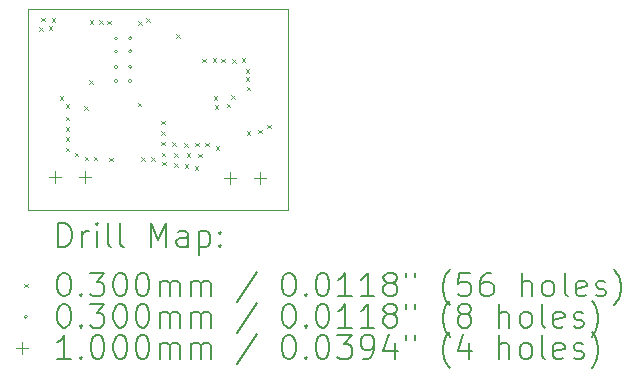
<source format=gbr>
%TF.GenerationSoftware,KiCad,Pcbnew,8.0.4*%
%TF.CreationDate,2026-02-25T15:38:57+07:00*%
%TF.ProjectId,Buck_V1.1,4275636b-5f56-4312-9e31-2e6b69636164,rev?*%
%TF.SameCoordinates,Original*%
%TF.FileFunction,Drillmap*%
%TF.FilePolarity,Positive*%
%FSLAX45Y45*%
G04 Gerber Fmt 4.5, Leading zero omitted, Abs format (unit mm)*
G04 Created by KiCad (PCBNEW 8.0.4) date 2026-02-25 15:38:57*
%MOMM*%
%LPD*%
G01*
G04 APERTURE LIST*
%ADD10C,0.050000*%
%ADD11C,0.200000*%
%ADD12C,0.100000*%
G04 APERTURE END LIST*
D10*
X12230000Y-2795000D02*
X14430000Y-2795000D01*
X14430000Y-4495000D01*
X12230000Y-4495000D01*
X12230000Y-2795000D01*
D11*
D12*
X12324000Y-2950000D02*
X12354000Y-2980000D01*
X12354000Y-2950000D02*
X12324000Y-2980000D01*
X12344000Y-2871000D02*
X12374000Y-2901000D01*
X12374000Y-2871000D02*
X12344000Y-2901000D01*
X12408000Y-2943000D02*
X12438000Y-2973000D01*
X12438000Y-2943000D02*
X12408000Y-2973000D01*
X12433000Y-2875000D02*
X12463000Y-2905000D01*
X12463000Y-2875000D02*
X12433000Y-2905000D01*
X12500000Y-3535000D02*
X12530000Y-3565000D01*
X12530000Y-3535000D02*
X12500000Y-3565000D01*
X12549000Y-3601000D02*
X12579000Y-3631000D01*
X12579000Y-3601000D02*
X12549000Y-3631000D01*
X12549000Y-3796000D02*
X12579000Y-3826000D01*
X12579000Y-3796000D02*
X12549000Y-3826000D01*
X12550000Y-3707000D02*
X12580000Y-3737000D01*
X12580000Y-3707000D02*
X12550000Y-3737000D01*
X12551000Y-3883000D02*
X12581000Y-3913000D01*
X12581000Y-3883000D02*
X12551000Y-3913000D01*
X12551000Y-3970000D02*
X12581000Y-4000000D01*
X12581000Y-3970000D02*
X12551000Y-4000000D01*
X12627000Y-4014000D02*
X12657000Y-4044000D01*
X12657000Y-4014000D02*
X12627000Y-4044000D01*
X12708000Y-3617000D02*
X12738000Y-3647000D01*
X12738000Y-3617000D02*
X12708000Y-3647000D01*
X12711000Y-4045000D02*
X12741000Y-4075000D01*
X12741000Y-4045000D02*
X12711000Y-4075000D01*
X12748000Y-3399000D02*
X12778000Y-3429000D01*
X12778000Y-3399000D02*
X12748000Y-3429000D01*
X12752000Y-2889000D02*
X12782000Y-2919000D01*
X12782000Y-2889000D02*
X12752000Y-2919000D01*
X12789000Y-4047000D02*
X12819000Y-4077000D01*
X12819000Y-4047000D02*
X12789000Y-4077000D01*
X12835000Y-2891000D02*
X12865000Y-2921000D01*
X12865000Y-2891000D02*
X12835000Y-2921000D01*
X12902000Y-2893000D02*
X12932000Y-2923000D01*
X12932000Y-2893000D02*
X12902000Y-2923000D01*
X12921000Y-4054000D02*
X12951000Y-4084000D01*
X12951000Y-4054000D02*
X12921000Y-4084000D01*
X13161000Y-3589000D02*
X13191000Y-3619000D01*
X13191000Y-3589000D02*
X13161000Y-3619000D01*
X13166000Y-2900000D02*
X13196000Y-2930000D01*
X13196000Y-2900000D02*
X13166000Y-2930000D01*
X13190000Y-4052000D02*
X13220000Y-4082000D01*
X13220000Y-4052000D02*
X13190000Y-4082000D01*
X13231000Y-2874000D02*
X13261000Y-2904000D01*
X13261000Y-2874000D02*
X13231000Y-2904000D01*
X13273000Y-4051000D02*
X13303000Y-4081000D01*
X13303000Y-4051000D02*
X13273000Y-4081000D01*
X13357000Y-3741000D02*
X13387000Y-3771000D01*
X13387000Y-3741000D02*
X13357000Y-3771000D01*
X13361000Y-3829000D02*
X13391000Y-3859000D01*
X13391000Y-3829000D02*
X13361000Y-3859000D01*
X13361000Y-3918000D02*
X13391000Y-3948000D01*
X13391000Y-3918000D02*
X13361000Y-3948000D01*
X13364000Y-4011000D02*
X13394000Y-4041000D01*
X13394000Y-4011000D02*
X13364000Y-4041000D01*
X13368000Y-4088000D02*
X13398000Y-4118000D01*
X13398000Y-4088000D02*
X13368000Y-4118000D01*
X13454000Y-3924000D02*
X13484000Y-3954000D01*
X13484000Y-3924000D02*
X13454000Y-3954000D01*
X13467000Y-4100000D02*
X13497000Y-4130000D01*
X13497000Y-4100000D02*
X13467000Y-4130000D01*
X13468000Y-4016000D02*
X13498000Y-4046000D01*
X13498000Y-4016000D02*
X13468000Y-4046000D01*
X13486000Y-3011000D02*
X13516000Y-3041000D01*
X13516000Y-3011000D02*
X13486000Y-3041000D01*
X13554000Y-3933000D02*
X13584000Y-3963000D01*
X13584000Y-3933000D02*
X13554000Y-3963000D01*
X13558000Y-4111000D02*
X13588000Y-4141000D01*
X13588000Y-4111000D02*
X13558000Y-4141000D01*
X13575000Y-4018000D02*
X13605000Y-4048000D01*
X13605000Y-4018000D02*
X13575000Y-4048000D01*
X13642000Y-4127000D02*
X13672000Y-4157000D01*
X13672000Y-4127000D02*
X13642000Y-4157000D01*
X13648000Y-3929000D02*
X13678000Y-3959000D01*
X13678000Y-3929000D02*
X13648000Y-3959000D01*
X13674000Y-4019000D02*
X13704000Y-4049000D01*
X13704000Y-4019000D02*
X13674000Y-4049000D01*
X13706000Y-3215000D02*
X13736000Y-3245000D01*
X13736000Y-3215000D02*
X13706000Y-3245000D01*
X13730000Y-3928000D02*
X13760000Y-3958000D01*
X13760000Y-3928000D02*
X13730000Y-3958000D01*
X13795000Y-3212000D02*
X13825000Y-3242000D01*
X13825000Y-3212000D02*
X13795000Y-3242000D01*
X13803000Y-3535000D02*
X13833000Y-3565000D01*
X13833000Y-3535000D02*
X13803000Y-3565000D01*
X13811000Y-3608000D02*
X13841000Y-3638000D01*
X13841000Y-3608000D02*
X13811000Y-3638000D01*
X13820000Y-3958000D02*
X13850000Y-3988000D01*
X13850000Y-3958000D02*
X13820000Y-3988000D01*
X13866000Y-3216000D02*
X13896000Y-3246000D01*
X13896000Y-3216000D02*
X13866000Y-3246000D01*
X13912000Y-3599000D02*
X13942000Y-3629000D01*
X13942000Y-3599000D02*
X13912000Y-3629000D01*
X13951000Y-3527000D02*
X13981000Y-3557000D01*
X13981000Y-3527000D02*
X13951000Y-3557000D01*
X13958000Y-3219000D02*
X13988000Y-3249000D01*
X13988000Y-3219000D02*
X13958000Y-3249000D01*
X14042000Y-3213000D02*
X14072000Y-3243000D01*
X14072000Y-3213000D02*
X14042000Y-3243000D01*
X14073000Y-3374000D02*
X14103000Y-3404000D01*
X14103000Y-3374000D02*
X14073000Y-3404000D01*
X14074000Y-3304000D02*
X14104000Y-3334000D01*
X14104000Y-3304000D02*
X14074000Y-3334000D01*
X14083000Y-3453000D02*
X14113000Y-3483000D01*
X14113000Y-3453000D02*
X14083000Y-3483000D01*
X14084000Y-3830000D02*
X14114000Y-3860000D01*
X14114000Y-3830000D02*
X14084000Y-3860000D01*
X14182000Y-3817000D02*
X14212000Y-3847000D01*
X14212000Y-3817000D02*
X14182000Y-3847000D01*
X14257000Y-3774000D02*
X14287000Y-3804000D01*
X14287000Y-3774000D02*
X14257000Y-3804000D01*
X12991000Y-3044250D02*
G75*
G02*
X12961000Y-3044250I-15000J0D01*
G01*
X12961000Y-3044250D02*
G75*
G02*
X12991000Y-3044250I15000J0D01*
G01*
X12991000Y-3154250D02*
G75*
G02*
X12961000Y-3154250I-15000J0D01*
G01*
X12961000Y-3154250D02*
G75*
G02*
X12991000Y-3154250I15000J0D01*
G01*
X12991000Y-3284250D02*
G75*
G02*
X12961000Y-3284250I-15000J0D01*
G01*
X12961000Y-3284250D02*
G75*
G02*
X12991000Y-3284250I15000J0D01*
G01*
X12991000Y-3404250D02*
G75*
G02*
X12961000Y-3404250I-15000J0D01*
G01*
X12961000Y-3404250D02*
G75*
G02*
X12991000Y-3404250I15000J0D01*
G01*
X13111000Y-3044250D02*
G75*
G02*
X13081000Y-3044250I-15000J0D01*
G01*
X13081000Y-3044250D02*
G75*
G02*
X13111000Y-3044250I15000J0D01*
G01*
X13111000Y-3154250D02*
G75*
G02*
X13081000Y-3154250I-15000J0D01*
G01*
X13081000Y-3154250D02*
G75*
G02*
X13111000Y-3154250I15000J0D01*
G01*
X13111000Y-3284250D02*
G75*
G02*
X13081000Y-3284250I-15000J0D01*
G01*
X13081000Y-3284250D02*
G75*
G02*
X13111000Y-3284250I15000J0D01*
G01*
X13111000Y-3404250D02*
G75*
G02*
X13081000Y-3404250I-15000J0D01*
G01*
X13081000Y-3404250D02*
G75*
G02*
X13111000Y-3404250I15000J0D01*
G01*
X12458000Y-4167000D02*
X12458000Y-4267000D01*
X12408000Y-4217000D02*
X12508000Y-4217000D01*
X12712000Y-4167000D02*
X12712000Y-4267000D01*
X12662000Y-4217000D02*
X12762000Y-4217000D01*
X13940000Y-4174000D02*
X13940000Y-4274000D01*
X13890000Y-4224000D02*
X13990000Y-4224000D01*
X14194000Y-4174000D02*
X14194000Y-4274000D01*
X14144000Y-4224000D02*
X14244000Y-4224000D01*
D11*
X12488277Y-4808984D02*
X12488277Y-4608984D01*
X12488277Y-4608984D02*
X12535896Y-4608984D01*
X12535896Y-4608984D02*
X12564467Y-4618508D01*
X12564467Y-4618508D02*
X12583515Y-4637555D01*
X12583515Y-4637555D02*
X12593039Y-4656603D01*
X12593039Y-4656603D02*
X12602562Y-4694698D01*
X12602562Y-4694698D02*
X12602562Y-4723270D01*
X12602562Y-4723270D02*
X12593039Y-4761365D01*
X12593039Y-4761365D02*
X12583515Y-4780412D01*
X12583515Y-4780412D02*
X12564467Y-4799460D01*
X12564467Y-4799460D02*
X12535896Y-4808984D01*
X12535896Y-4808984D02*
X12488277Y-4808984D01*
X12688277Y-4808984D02*
X12688277Y-4675650D01*
X12688277Y-4713746D02*
X12697801Y-4694698D01*
X12697801Y-4694698D02*
X12707324Y-4685174D01*
X12707324Y-4685174D02*
X12726372Y-4675650D01*
X12726372Y-4675650D02*
X12745420Y-4675650D01*
X12812086Y-4808984D02*
X12812086Y-4675650D01*
X12812086Y-4608984D02*
X12802562Y-4618508D01*
X12802562Y-4618508D02*
X12812086Y-4628031D01*
X12812086Y-4628031D02*
X12821610Y-4618508D01*
X12821610Y-4618508D02*
X12812086Y-4608984D01*
X12812086Y-4608984D02*
X12812086Y-4628031D01*
X12935896Y-4808984D02*
X12916848Y-4799460D01*
X12916848Y-4799460D02*
X12907324Y-4780412D01*
X12907324Y-4780412D02*
X12907324Y-4608984D01*
X13040658Y-4808984D02*
X13021610Y-4799460D01*
X13021610Y-4799460D02*
X13012086Y-4780412D01*
X13012086Y-4780412D02*
X13012086Y-4608984D01*
X13269229Y-4808984D02*
X13269229Y-4608984D01*
X13269229Y-4608984D02*
X13335896Y-4751841D01*
X13335896Y-4751841D02*
X13402562Y-4608984D01*
X13402562Y-4608984D02*
X13402562Y-4808984D01*
X13583515Y-4808984D02*
X13583515Y-4704222D01*
X13583515Y-4704222D02*
X13573991Y-4685174D01*
X13573991Y-4685174D02*
X13554943Y-4675650D01*
X13554943Y-4675650D02*
X13516848Y-4675650D01*
X13516848Y-4675650D02*
X13497801Y-4685174D01*
X13583515Y-4799460D02*
X13564467Y-4808984D01*
X13564467Y-4808984D02*
X13516848Y-4808984D01*
X13516848Y-4808984D02*
X13497801Y-4799460D01*
X13497801Y-4799460D02*
X13488277Y-4780412D01*
X13488277Y-4780412D02*
X13488277Y-4761365D01*
X13488277Y-4761365D02*
X13497801Y-4742317D01*
X13497801Y-4742317D02*
X13516848Y-4732793D01*
X13516848Y-4732793D02*
X13564467Y-4732793D01*
X13564467Y-4732793D02*
X13583515Y-4723270D01*
X13678753Y-4675650D02*
X13678753Y-4875650D01*
X13678753Y-4685174D02*
X13697801Y-4675650D01*
X13697801Y-4675650D02*
X13735896Y-4675650D01*
X13735896Y-4675650D02*
X13754943Y-4685174D01*
X13754943Y-4685174D02*
X13764467Y-4694698D01*
X13764467Y-4694698D02*
X13773991Y-4713746D01*
X13773991Y-4713746D02*
X13773991Y-4770889D01*
X13773991Y-4770889D02*
X13764467Y-4789936D01*
X13764467Y-4789936D02*
X13754943Y-4799460D01*
X13754943Y-4799460D02*
X13735896Y-4808984D01*
X13735896Y-4808984D02*
X13697801Y-4808984D01*
X13697801Y-4808984D02*
X13678753Y-4799460D01*
X13859705Y-4789936D02*
X13869229Y-4799460D01*
X13869229Y-4799460D02*
X13859705Y-4808984D01*
X13859705Y-4808984D02*
X13850182Y-4799460D01*
X13850182Y-4799460D02*
X13859705Y-4789936D01*
X13859705Y-4789936D02*
X13859705Y-4808984D01*
X13859705Y-4685174D02*
X13869229Y-4694698D01*
X13869229Y-4694698D02*
X13859705Y-4704222D01*
X13859705Y-4704222D02*
X13850182Y-4694698D01*
X13850182Y-4694698D02*
X13859705Y-4685174D01*
X13859705Y-4685174D02*
X13859705Y-4704222D01*
D12*
X12197500Y-5122500D02*
X12227500Y-5152500D01*
X12227500Y-5122500D02*
X12197500Y-5152500D01*
D11*
X12526372Y-5028984D02*
X12545420Y-5028984D01*
X12545420Y-5028984D02*
X12564467Y-5038508D01*
X12564467Y-5038508D02*
X12573991Y-5048031D01*
X12573991Y-5048031D02*
X12583515Y-5067079D01*
X12583515Y-5067079D02*
X12593039Y-5105174D01*
X12593039Y-5105174D02*
X12593039Y-5152793D01*
X12593039Y-5152793D02*
X12583515Y-5190889D01*
X12583515Y-5190889D02*
X12573991Y-5209936D01*
X12573991Y-5209936D02*
X12564467Y-5219460D01*
X12564467Y-5219460D02*
X12545420Y-5228984D01*
X12545420Y-5228984D02*
X12526372Y-5228984D01*
X12526372Y-5228984D02*
X12507324Y-5219460D01*
X12507324Y-5219460D02*
X12497801Y-5209936D01*
X12497801Y-5209936D02*
X12488277Y-5190889D01*
X12488277Y-5190889D02*
X12478753Y-5152793D01*
X12478753Y-5152793D02*
X12478753Y-5105174D01*
X12478753Y-5105174D02*
X12488277Y-5067079D01*
X12488277Y-5067079D02*
X12497801Y-5048031D01*
X12497801Y-5048031D02*
X12507324Y-5038508D01*
X12507324Y-5038508D02*
X12526372Y-5028984D01*
X12678753Y-5209936D02*
X12688277Y-5219460D01*
X12688277Y-5219460D02*
X12678753Y-5228984D01*
X12678753Y-5228984D02*
X12669229Y-5219460D01*
X12669229Y-5219460D02*
X12678753Y-5209936D01*
X12678753Y-5209936D02*
X12678753Y-5228984D01*
X12754943Y-5028984D02*
X12878753Y-5028984D01*
X12878753Y-5028984D02*
X12812086Y-5105174D01*
X12812086Y-5105174D02*
X12840658Y-5105174D01*
X12840658Y-5105174D02*
X12859705Y-5114698D01*
X12859705Y-5114698D02*
X12869229Y-5124222D01*
X12869229Y-5124222D02*
X12878753Y-5143270D01*
X12878753Y-5143270D02*
X12878753Y-5190889D01*
X12878753Y-5190889D02*
X12869229Y-5209936D01*
X12869229Y-5209936D02*
X12859705Y-5219460D01*
X12859705Y-5219460D02*
X12840658Y-5228984D01*
X12840658Y-5228984D02*
X12783515Y-5228984D01*
X12783515Y-5228984D02*
X12764467Y-5219460D01*
X12764467Y-5219460D02*
X12754943Y-5209936D01*
X13002562Y-5028984D02*
X13021610Y-5028984D01*
X13021610Y-5028984D02*
X13040658Y-5038508D01*
X13040658Y-5038508D02*
X13050182Y-5048031D01*
X13050182Y-5048031D02*
X13059705Y-5067079D01*
X13059705Y-5067079D02*
X13069229Y-5105174D01*
X13069229Y-5105174D02*
X13069229Y-5152793D01*
X13069229Y-5152793D02*
X13059705Y-5190889D01*
X13059705Y-5190889D02*
X13050182Y-5209936D01*
X13050182Y-5209936D02*
X13040658Y-5219460D01*
X13040658Y-5219460D02*
X13021610Y-5228984D01*
X13021610Y-5228984D02*
X13002562Y-5228984D01*
X13002562Y-5228984D02*
X12983515Y-5219460D01*
X12983515Y-5219460D02*
X12973991Y-5209936D01*
X12973991Y-5209936D02*
X12964467Y-5190889D01*
X12964467Y-5190889D02*
X12954943Y-5152793D01*
X12954943Y-5152793D02*
X12954943Y-5105174D01*
X12954943Y-5105174D02*
X12964467Y-5067079D01*
X12964467Y-5067079D02*
X12973991Y-5048031D01*
X12973991Y-5048031D02*
X12983515Y-5038508D01*
X12983515Y-5038508D02*
X13002562Y-5028984D01*
X13193039Y-5028984D02*
X13212086Y-5028984D01*
X13212086Y-5028984D02*
X13231134Y-5038508D01*
X13231134Y-5038508D02*
X13240658Y-5048031D01*
X13240658Y-5048031D02*
X13250182Y-5067079D01*
X13250182Y-5067079D02*
X13259705Y-5105174D01*
X13259705Y-5105174D02*
X13259705Y-5152793D01*
X13259705Y-5152793D02*
X13250182Y-5190889D01*
X13250182Y-5190889D02*
X13240658Y-5209936D01*
X13240658Y-5209936D02*
X13231134Y-5219460D01*
X13231134Y-5219460D02*
X13212086Y-5228984D01*
X13212086Y-5228984D02*
X13193039Y-5228984D01*
X13193039Y-5228984D02*
X13173991Y-5219460D01*
X13173991Y-5219460D02*
X13164467Y-5209936D01*
X13164467Y-5209936D02*
X13154943Y-5190889D01*
X13154943Y-5190889D02*
X13145420Y-5152793D01*
X13145420Y-5152793D02*
X13145420Y-5105174D01*
X13145420Y-5105174D02*
X13154943Y-5067079D01*
X13154943Y-5067079D02*
X13164467Y-5048031D01*
X13164467Y-5048031D02*
X13173991Y-5038508D01*
X13173991Y-5038508D02*
X13193039Y-5028984D01*
X13345420Y-5228984D02*
X13345420Y-5095650D01*
X13345420Y-5114698D02*
X13354943Y-5105174D01*
X13354943Y-5105174D02*
X13373991Y-5095650D01*
X13373991Y-5095650D02*
X13402563Y-5095650D01*
X13402563Y-5095650D02*
X13421610Y-5105174D01*
X13421610Y-5105174D02*
X13431134Y-5124222D01*
X13431134Y-5124222D02*
X13431134Y-5228984D01*
X13431134Y-5124222D02*
X13440658Y-5105174D01*
X13440658Y-5105174D02*
X13459705Y-5095650D01*
X13459705Y-5095650D02*
X13488277Y-5095650D01*
X13488277Y-5095650D02*
X13507324Y-5105174D01*
X13507324Y-5105174D02*
X13516848Y-5124222D01*
X13516848Y-5124222D02*
X13516848Y-5228984D01*
X13612086Y-5228984D02*
X13612086Y-5095650D01*
X13612086Y-5114698D02*
X13621610Y-5105174D01*
X13621610Y-5105174D02*
X13640658Y-5095650D01*
X13640658Y-5095650D02*
X13669229Y-5095650D01*
X13669229Y-5095650D02*
X13688277Y-5105174D01*
X13688277Y-5105174D02*
X13697801Y-5124222D01*
X13697801Y-5124222D02*
X13697801Y-5228984D01*
X13697801Y-5124222D02*
X13707324Y-5105174D01*
X13707324Y-5105174D02*
X13726372Y-5095650D01*
X13726372Y-5095650D02*
X13754943Y-5095650D01*
X13754943Y-5095650D02*
X13773991Y-5105174D01*
X13773991Y-5105174D02*
X13783515Y-5124222D01*
X13783515Y-5124222D02*
X13783515Y-5228984D01*
X14173991Y-5019460D02*
X14002563Y-5276603D01*
X14431134Y-5028984D02*
X14450182Y-5028984D01*
X14450182Y-5028984D02*
X14469229Y-5038508D01*
X14469229Y-5038508D02*
X14478753Y-5048031D01*
X14478753Y-5048031D02*
X14488277Y-5067079D01*
X14488277Y-5067079D02*
X14497801Y-5105174D01*
X14497801Y-5105174D02*
X14497801Y-5152793D01*
X14497801Y-5152793D02*
X14488277Y-5190889D01*
X14488277Y-5190889D02*
X14478753Y-5209936D01*
X14478753Y-5209936D02*
X14469229Y-5219460D01*
X14469229Y-5219460D02*
X14450182Y-5228984D01*
X14450182Y-5228984D02*
X14431134Y-5228984D01*
X14431134Y-5228984D02*
X14412086Y-5219460D01*
X14412086Y-5219460D02*
X14402563Y-5209936D01*
X14402563Y-5209936D02*
X14393039Y-5190889D01*
X14393039Y-5190889D02*
X14383515Y-5152793D01*
X14383515Y-5152793D02*
X14383515Y-5105174D01*
X14383515Y-5105174D02*
X14393039Y-5067079D01*
X14393039Y-5067079D02*
X14402563Y-5048031D01*
X14402563Y-5048031D02*
X14412086Y-5038508D01*
X14412086Y-5038508D02*
X14431134Y-5028984D01*
X14583515Y-5209936D02*
X14593039Y-5219460D01*
X14593039Y-5219460D02*
X14583515Y-5228984D01*
X14583515Y-5228984D02*
X14573991Y-5219460D01*
X14573991Y-5219460D02*
X14583515Y-5209936D01*
X14583515Y-5209936D02*
X14583515Y-5228984D01*
X14716848Y-5028984D02*
X14735896Y-5028984D01*
X14735896Y-5028984D02*
X14754944Y-5038508D01*
X14754944Y-5038508D02*
X14764467Y-5048031D01*
X14764467Y-5048031D02*
X14773991Y-5067079D01*
X14773991Y-5067079D02*
X14783515Y-5105174D01*
X14783515Y-5105174D02*
X14783515Y-5152793D01*
X14783515Y-5152793D02*
X14773991Y-5190889D01*
X14773991Y-5190889D02*
X14764467Y-5209936D01*
X14764467Y-5209936D02*
X14754944Y-5219460D01*
X14754944Y-5219460D02*
X14735896Y-5228984D01*
X14735896Y-5228984D02*
X14716848Y-5228984D01*
X14716848Y-5228984D02*
X14697801Y-5219460D01*
X14697801Y-5219460D02*
X14688277Y-5209936D01*
X14688277Y-5209936D02*
X14678753Y-5190889D01*
X14678753Y-5190889D02*
X14669229Y-5152793D01*
X14669229Y-5152793D02*
X14669229Y-5105174D01*
X14669229Y-5105174D02*
X14678753Y-5067079D01*
X14678753Y-5067079D02*
X14688277Y-5048031D01*
X14688277Y-5048031D02*
X14697801Y-5038508D01*
X14697801Y-5038508D02*
X14716848Y-5028984D01*
X14973991Y-5228984D02*
X14859706Y-5228984D01*
X14916848Y-5228984D02*
X14916848Y-5028984D01*
X14916848Y-5028984D02*
X14897801Y-5057555D01*
X14897801Y-5057555D02*
X14878753Y-5076603D01*
X14878753Y-5076603D02*
X14859706Y-5086127D01*
X15164467Y-5228984D02*
X15050182Y-5228984D01*
X15107325Y-5228984D02*
X15107325Y-5028984D01*
X15107325Y-5028984D02*
X15088277Y-5057555D01*
X15088277Y-5057555D02*
X15069229Y-5076603D01*
X15069229Y-5076603D02*
X15050182Y-5086127D01*
X15278753Y-5114698D02*
X15259706Y-5105174D01*
X15259706Y-5105174D02*
X15250182Y-5095650D01*
X15250182Y-5095650D02*
X15240658Y-5076603D01*
X15240658Y-5076603D02*
X15240658Y-5067079D01*
X15240658Y-5067079D02*
X15250182Y-5048031D01*
X15250182Y-5048031D02*
X15259706Y-5038508D01*
X15259706Y-5038508D02*
X15278753Y-5028984D01*
X15278753Y-5028984D02*
X15316848Y-5028984D01*
X15316848Y-5028984D02*
X15335896Y-5038508D01*
X15335896Y-5038508D02*
X15345420Y-5048031D01*
X15345420Y-5048031D02*
X15354944Y-5067079D01*
X15354944Y-5067079D02*
X15354944Y-5076603D01*
X15354944Y-5076603D02*
X15345420Y-5095650D01*
X15345420Y-5095650D02*
X15335896Y-5105174D01*
X15335896Y-5105174D02*
X15316848Y-5114698D01*
X15316848Y-5114698D02*
X15278753Y-5114698D01*
X15278753Y-5114698D02*
X15259706Y-5124222D01*
X15259706Y-5124222D02*
X15250182Y-5133746D01*
X15250182Y-5133746D02*
X15240658Y-5152793D01*
X15240658Y-5152793D02*
X15240658Y-5190889D01*
X15240658Y-5190889D02*
X15250182Y-5209936D01*
X15250182Y-5209936D02*
X15259706Y-5219460D01*
X15259706Y-5219460D02*
X15278753Y-5228984D01*
X15278753Y-5228984D02*
X15316848Y-5228984D01*
X15316848Y-5228984D02*
X15335896Y-5219460D01*
X15335896Y-5219460D02*
X15345420Y-5209936D01*
X15345420Y-5209936D02*
X15354944Y-5190889D01*
X15354944Y-5190889D02*
X15354944Y-5152793D01*
X15354944Y-5152793D02*
X15345420Y-5133746D01*
X15345420Y-5133746D02*
X15335896Y-5124222D01*
X15335896Y-5124222D02*
X15316848Y-5114698D01*
X15431134Y-5028984D02*
X15431134Y-5067079D01*
X15507325Y-5028984D02*
X15507325Y-5067079D01*
X15802563Y-5305174D02*
X15793039Y-5295650D01*
X15793039Y-5295650D02*
X15773991Y-5267079D01*
X15773991Y-5267079D02*
X15764468Y-5248031D01*
X15764468Y-5248031D02*
X15754944Y-5219460D01*
X15754944Y-5219460D02*
X15745420Y-5171841D01*
X15745420Y-5171841D02*
X15745420Y-5133746D01*
X15745420Y-5133746D02*
X15754944Y-5086127D01*
X15754944Y-5086127D02*
X15764468Y-5057555D01*
X15764468Y-5057555D02*
X15773991Y-5038508D01*
X15773991Y-5038508D02*
X15793039Y-5009936D01*
X15793039Y-5009936D02*
X15802563Y-5000412D01*
X15973991Y-5028984D02*
X15878753Y-5028984D01*
X15878753Y-5028984D02*
X15869229Y-5124222D01*
X15869229Y-5124222D02*
X15878753Y-5114698D01*
X15878753Y-5114698D02*
X15897801Y-5105174D01*
X15897801Y-5105174D02*
X15945420Y-5105174D01*
X15945420Y-5105174D02*
X15964468Y-5114698D01*
X15964468Y-5114698D02*
X15973991Y-5124222D01*
X15973991Y-5124222D02*
X15983515Y-5143270D01*
X15983515Y-5143270D02*
X15983515Y-5190889D01*
X15983515Y-5190889D02*
X15973991Y-5209936D01*
X15973991Y-5209936D02*
X15964468Y-5219460D01*
X15964468Y-5219460D02*
X15945420Y-5228984D01*
X15945420Y-5228984D02*
X15897801Y-5228984D01*
X15897801Y-5228984D02*
X15878753Y-5219460D01*
X15878753Y-5219460D02*
X15869229Y-5209936D01*
X16154944Y-5028984D02*
X16116848Y-5028984D01*
X16116848Y-5028984D02*
X16097801Y-5038508D01*
X16097801Y-5038508D02*
X16088277Y-5048031D01*
X16088277Y-5048031D02*
X16069229Y-5076603D01*
X16069229Y-5076603D02*
X16059706Y-5114698D01*
X16059706Y-5114698D02*
X16059706Y-5190889D01*
X16059706Y-5190889D02*
X16069229Y-5209936D01*
X16069229Y-5209936D02*
X16078753Y-5219460D01*
X16078753Y-5219460D02*
X16097801Y-5228984D01*
X16097801Y-5228984D02*
X16135896Y-5228984D01*
X16135896Y-5228984D02*
X16154944Y-5219460D01*
X16154944Y-5219460D02*
X16164468Y-5209936D01*
X16164468Y-5209936D02*
X16173991Y-5190889D01*
X16173991Y-5190889D02*
X16173991Y-5143270D01*
X16173991Y-5143270D02*
X16164468Y-5124222D01*
X16164468Y-5124222D02*
X16154944Y-5114698D01*
X16154944Y-5114698D02*
X16135896Y-5105174D01*
X16135896Y-5105174D02*
X16097801Y-5105174D01*
X16097801Y-5105174D02*
X16078753Y-5114698D01*
X16078753Y-5114698D02*
X16069229Y-5124222D01*
X16069229Y-5124222D02*
X16059706Y-5143270D01*
X16412087Y-5228984D02*
X16412087Y-5028984D01*
X16497801Y-5228984D02*
X16497801Y-5124222D01*
X16497801Y-5124222D02*
X16488277Y-5105174D01*
X16488277Y-5105174D02*
X16469230Y-5095650D01*
X16469230Y-5095650D02*
X16440658Y-5095650D01*
X16440658Y-5095650D02*
X16421610Y-5105174D01*
X16421610Y-5105174D02*
X16412087Y-5114698D01*
X16621610Y-5228984D02*
X16602563Y-5219460D01*
X16602563Y-5219460D02*
X16593039Y-5209936D01*
X16593039Y-5209936D02*
X16583515Y-5190889D01*
X16583515Y-5190889D02*
X16583515Y-5133746D01*
X16583515Y-5133746D02*
X16593039Y-5114698D01*
X16593039Y-5114698D02*
X16602563Y-5105174D01*
X16602563Y-5105174D02*
X16621610Y-5095650D01*
X16621610Y-5095650D02*
X16650182Y-5095650D01*
X16650182Y-5095650D02*
X16669230Y-5105174D01*
X16669230Y-5105174D02*
X16678753Y-5114698D01*
X16678753Y-5114698D02*
X16688277Y-5133746D01*
X16688277Y-5133746D02*
X16688277Y-5190889D01*
X16688277Y-5190889D02*
X16678753Y-5209936D01*
X16678753Y-5209936D02*
X16669230Y-5219460D01*
X16669230Y-5219460D02*
X16650182Y-5228984D01*
X16650182Y-5228984D02*
X16621610Y-5228984D01*
X16802563Y-5228984D02*
X16783515Y-5219460D01*
X16783515Y-5219460D02*
X16773991Y-5200412D01*
X16773991Y-5200412D02*
X16773991Y-5028984D01*
X16954944Y-5219460D02*
X16935896Y-5228984D01*
X16935896Y-5228984D02*
X16897801Y-5228984D01*
X16897801Y-5228984D02*
X16878753Y-5219460D01*
X16878753Y-5219460D02*
X16869230Y-5200412D01*
X16869230Y-5200412D02*
X16869230Y-5124222D01*
X16869230Y-5124222D02*
X16878753Y-5105174D01*
X16878753Y-5105174D02*
X16897801Y-5095650D01*
X16897801Y-5095650D02*
X16935896Y-5095650D01*
X16935896Y-5095650D02*
X16954944Y-5105174D01*
X16954944Y-5105174D02*
X16964468Y-5124222D01*
X16964468Y-5124222D02*
X16964468Y-5143270D01*
X16964468Y-5143270D02*
X16869230Y-5162317D01*
X17040658Y-5219460D02*
X17059706Y-5228984D01*
X17059706Y-5228984D02*
X17097801Y-5228984D01*
X17097801Y-5228984D02*
X17116849Y-5219460D01*
X17116849Y-5219460D02*
X17126373Y-5200412D01*
X17126373Y-5200412D02*
X17126373Y-5190889D01*
X17126373Y-5190889D02*
X17116849Y-5171841D01*
X17116849Y-5171841D02*
X17097801Y-5162317D01*
X17097801Y-5162317D02*
X17069230Y-5162317D01*
X17069230Y-5162317D02*
X17050182Y-5152793D01*
X17050182Y-5152793D02*
X17040658Y-5133746D01*
X17040658Y-5133746D02*
X17040658Y-5124222D01*
X17040658Y-5124222D02*
X17050182Y-5105174D01*
X17050182Y-5105174D02*
X17069230Y-5095650D01*
X17069230Y-5095650D02*
X17097801Y-5095650D01*
X17097801Y-5095650D02*
X17116849Y-5105174D01*
X17193039Y-5305174D02*
X17202563Y-5295650D01*
X17202563Y-5295650D02*
X17221611Y-5267079D01*
X17221611Y-5267079D02*
X17231134Y-5248031D01*
X17231134Y-5248031D02*
X17240658Y-5219460D01*
X17240658Y-5219460D02*
X17250182Y-5171841D01*
X17250182Y-5171841D02*
X17250182Y-5133746D01*
X17250182Y-5133746D02*
X17240658Y-5086127D01*
X17240658Y-5086127D02*
X17231134Y-5057555D01*
X17231134Y-5057555D02*
X17221611Y-5038508D01*
X17221611Y-5038508D02*
X17202563Y-5009936D01*
X17202563Y-5009936D02*
X17193039Y-5000412D01*
D12*
X12227500Y-5401500D02*
G75*
G02*
X12197500Y-5401500I-15000J0D01*
G01*
X12197500Y-5401500D02*
G75*
G02*
X12227500Y-5401500I15000J0D01*
G01*
D11*
X12526372Y-5292984D02*
X12545420Y-5292984D01*
X12545420Y-5292984D02*
X12564467Y-5302508D01*
X12564467Y-5302508D02*
X12573991Y-5312031D01*
X12573991Y-5312031D02*
X12583515Y-5331079D01*
X12583515Y-5331079D02*
X12593039Y-5369174D01*
X12593039Y-5369174D02*
X12593039Y-5416793D01*
X12593039Y-5416793D02*
X12583515Y-5454889D01*
X12583515Y-5454889D02*
X12573991Y-5473936D01*
X12573991Y-5473936D02*
X12564467Y-5483460D01*
X12564467Y-5483460D02*
X12545420Y-5492984D01*
X12545420Y-5492984D02*
X12526372Y-5492984D01*
X12526372Y-5492984D02*
X12507324Y-5483460D01*
X12507324Y-5483460D02*
X12497801Y-5473936D01*
X12497801Y-5473936D02*
X12488277Y-5454889D01*
X12488277Y-5454889D02*
X12478753Y-5416793D01*
X12478753Y-5416793D02*
X12478753Y-5369174D01*
X12478753Y-5369174D02*
X12488277Y-5331079D01*
X12488277Y-5331079D02*
X12497801Y-5312031D01*
X12497801Y-5312031D02*
X12507324Y-5302508D01*
X12507324Y-5302508D02*
X12526372Y-5292984D01*
X12678753Y-5473936D02*
X12688277Y-5483460D01*
X12688277Y-5483460D02*
X12678753Y-5492984D01*
X12678753Y-5492984D02*
X12669229Y-5483460D01*
X12669229Y-5483460D02*
X12678753Y-5473936D01*
X12678753Y-5473936D02*
X12678753Y-5492984D01*
X12754943Y-5292984D02*
X12878753Y-5292984D01*
X12878753Y-5292984D02*
X12812086Y-5369174D01*
X12812086Y-5369174D02*
X12840658Y-5369174D01*
X12840658Y-5369174D02*
X12859705Y-5378698D01*
X12859705Y-5378698D02*
X12869229Y-5388222D01*
X12869229Y-5388222D02*
X12878753Y-5407270D01*
X12878753Y-5407270D02*
X12878753Y-5454889D01*
X12878753Y-5454889D02*
X12869229Y-5473936D01*
X12869229Y-5473936D02*
X12859705Y-5483460D01*
X12859705Y-5483460D02*
X12840658Y-5492984D01*
X12840658Y-5492984D02*
X12783515Y-5492984D01*
X12783515Y-5492984D02*
X12764467Y-5483460D01*
X12764467Y-5483460D02*
X12754943Y-5473936D01*
X13002562Y-5292984D02*
X13021610Y-5292984D01*
X13021610Y-5292984D02*
X13040658Y-5302508D01*
X13040658Y-5302508D02*
X13050182Y-5312031D01*
X13050182Y-5312031D02*
X13059705Y-5331079D01*
X13059705Y-5331079D02*
X13069229Y-5369174D01*
X13069229Y-5369174D02*
X13069229Y-5416793D01*
X13069229Y-5416793D02*
X13059705Y-5454889D01*
X13059705Y-5454889D02*
X13050182Y-5473936D01*
X13050182Y-5473936D02*
X13040658Y-5483460D01*
X13040658Y-5483460D02*
X13021610Y-5492984D01*
X13021610Y-5492984D02*
X13002562Y-5492984D01*
X13002562Y-5492984D02*
X12983515Y-5483460D01*
X12983515Y-5483460D02*
X12973991Y-5473936D01*
X12973991Y-5473936D02*
X12964467Y-5454889D01*
X12964467Y-5454889D02*
X12954943Y-5416793D01*
X12954943Y-5416793D02*
X12954943Y-5369174D01*
X12954943Y-5369174D02*
X12964467Y-5331079D01*
X12964467Y-5331079D02*
X12973991Y-5312031D01*
X12973991Y-5312031D02*
X12983515Y-5302508D01*
X12983515Y-5302508D02*
X13002562Y-5292984D01*
X13193039Y-5292984D02*
X13212086Y-5292984D01*
X13212086Y-5292984D02*
X13231134Y-5302508D01*
X13231134Y-5302508D02*
X13240658Y-5312031D01*
X13240658Y-5312031D02*
X13250182Y-5331079D01*
X13250182Y-5331079D02*
X13259705Y-5369174D01*
X13259705Y-5369174D02*
X13259705Y-5416793D01*
X13259705Y-5416793D02*
X13250182Y-5454889D01*
X13250182Y-5454889D02*
X13240658Y-5473936D01*
X13240658Y-5473936D02*
X13231134Y-5483460D01*
X13231134Y-5483460D02*
X13212086Y-5492984D01*
X13212086Y-5492984D02*
X13193039Y-5492984D01*
X13193039Y-5492984D02*
X13173991Y-5483460D01*
X13173991Y-5483460D02*
X13164467Y-5473936D01*
X13164467Y-5473936D02*
X13154943Y-5454889D01*
X13154943Y-5454889D02*
X13145420Y-5416793D01*
X13145420Y-5416793D02*
X13145420Y-5369174D01*
X13145420Y-5369174D02*
X13154943Y-5331079D01*
X13154943Y-5331079D02*
X13164467Y-5312031D01*
X13164467Y-5312031D02*
X13173991Y-5302508D01*
X13173991Y-5302508D02*
X13193039Y-5292984D01*
X13345420Y-5492984D02*
X13345420Y-5359650D01*
X13345420Y-5378698D02*
X13354943Y-5369174D01*
X13354943Y-5369174D02*
X13373991Y-5359650D01*
X13373991Y-5359650D02*
X13402563Y-5359650D01*
X13402563Y-5359650D02*
X13421610Y-5369174D01*
X13421610Y-5369174D02*
X13431134Y-5388222D01*
X13431134Y-5388222D02*
X13431134Y-5492984D01*
X13431134Y-5388222D02*
X13440658Y-5369174D01*
X13440658Y-5369174D02*
X13459705Y-5359650D01*
X13459705Y-5359650D02*
X13488277Y-5359650D01*
X13488277Y-5359650D02*
X13507324Y-5369174D01*
X13507324Y-5369174D02*
X13516848Y-5388222D01*
X13516848Y-5388222D02*
X13516848Y-5492984D01*
X13612086Y-5492984D02*
X13612086Y-5359650D01*
X13612086Y-5378698D02*
X13621610Y-5369174D01*
X13621610Y-5369174D02*
X13640658Y-5359650D01*
X13640658Y-5359650D02*
X13669229Y-5359650D01*
X13669229Y-5359650D02*
X13688277Y-5369174D01*
X13688277Y-5369174D02*
X13697801Y-5388222D01*
X13697801Y-5388222D02*
X13697801Y-5492984D01*
X13697801Y-5388222D02*
X13707324Y-5369174D01*
X13707324Y-5369174D02*
X13726372Y-5359650D01*
X13726372Y-5359650D02*
X13754943Y-5359650D01*
X13754943Y-5359650D02*
X13773991Y-5369174D01*
X13773991Y-5369174D02*
X13783515Y-5388222D01*
X13783515Y-5388222D02*
X13783515Y-5492984D01*
X14173991Y-5283460D02*
X14002563Y-5540603D01*
X14431134Y-5292984D02*
X14450182Y-5292984D01*
X14450182Y-5292984D02*
X14469229Y-5302508D01*
X14469229Y-5302508D02*
X14478753Y-5312031D01*
X14478753Y-5312031D02*
X14488277Y-5331079D01*
X14488277Y-5331079D02*
X14497801Y-5369174D01*
X14497801Y-5369174D02*
X14497801Y-5416793D01*
X14497801Y-5416793D02*
X14488277Y-5454889D01*
X14488277Y-5454889D02*
X14478753Y-5473936D01*
X14478753Y-5473936D02*
X14469229Y-5483460D01*
X14469229Y-5483460D02*
X14450182Y-5492984D01*
X14450182Y-5492984D02*
X14431134Y-5492984D01*
X14431134Y-5492984D02*
X14412086Y-5483460D01*
X14412086Y-5483460D02*
X14402563Y-5473936D01*
X14402563Y-5473936D02*
X14393039Y-5454889D01*
X14393039Y-5454889D02*
X14383515Y-5416793D01*
X14383515Y-5416793D02*
X14383515Y-5369174D01*
X14383515Y-5369174D02*
X14393039Y-5331079D01*
X14393039Y-5331079D02*
X14402563Y-5312031D01*
X14402563Y-5312031D02*
X14412086Y-5302508D01*
X14412086Y-5302508D02*
X14431134Y-5292984D01*
X14583515Y-5473936D02*
X14593039Y-5483460D01*
X14593039Y-5483460D02*
X14583515Y-5492984D01*
X14583515Y-5492984D02*
X14573991Y-5483460D01*
X14573991Y-5483460D02*
X14583515Y-5473936D01*
X14583515Y-5473936D02*
X14583515Y-5492984D01*
X14716848Y-5292984D02*
X14735896Y-5292984D01*
X14735896Y-5292984D02*
X14754944Y-5302508D01*
X14754944Y-5302508D02*
X14764467Y-5312031D01*
X14764467Y-5312031D02*
X14773991Y-5331079D01*
X14773991Y-5331079D02*
X14783515Y-5369174D01*
X14783515Y-5369174D02*
X14783515Y-5416793D01*
X14783515Y-5416793D02*
X14773991Y-5454889D01*
X14773991Y-5454889D02*
X14764467Y-5473936D01*
X14764467Y-5473936D02*
X14754944Y-5483460D01*
X14754944Y-5483460D02*
X14735896Y-5492984D01*
X14735896Y-5492984D02*
X14716848Y-5492984D01*
X14716848Y-5492984D02*
X14697801Y-5483460D01*
X14697801Y-5483460D02*
X14688277Y-5473936D01*
X14688277Y-5473936D02*
X14678753Y-5454889D01*
X14678753Y-5454889D02*
X14669229Y-5416793D01*
X14669229Y-5416793D02*
X14669229Y-5369174D01*
X14669229Y-5369174D02*
X14678753Y-5331079D01*
X14678753Y-5331079D02*
X14688277Y-5312031D01*
X14688277Y-5312031D02*
X14697801Y-5302508D01*
X14697801Y-5302508D02*
X14716848Y-5292984D01*
X14973991Y-5492984D02*
X14859706Y-5492984D01*
X14916848Y-5492984D02*
X14916848Y-5292984D01*
X14916848Y-5292984D02*
X14897801Y-5321555D01*
X14897801Y-5321555D02*
X14878753Y-5340603D01*
X14878753Y-5340603D02*
X14859706Y-5350127D01*
X15164467Y-5492984D02*
X15050182Y-5492984D01*
X15107325Y-5492984D02*
X15107325Y-5292984D01*
X15107325Y-5292984D02*
X15088277Y-5321555D01*
X15088277Y-5321555D02*
X15069229Y-5340603D01*
X15069229Y-5340603D02*
X15050182Y-5350127D01*
X15278753Y-5378698D02*
X15259706Y-5369174D01*
X15259706Y-5369174D02*
X15250182Y-5359650D01*
X15250182Y-5359650D02*
X15240658Y-5340603D01*
X15240658Y-5340603D02*
X15240658Y-5331079D01*
X15240658Y-5331079D02*
X15250182Y-5312031D01*
X15250182Y-5312031D02*
X15259706Y-5302508D01*
X15259706Y-5302508D02*
X15278753Y-5292984D01*
X15278753Y-5292984D02*
X15316848Y-5292984D01*
X15316848Y-5292984D02*
X15335896Y-5302508D01*
X15335896Y-5302508D02*
X15345420Y-5312031D01*
X15345420Y-5312031D02*
X15354944Y-5331079D01*
X15354944Y-5331079D02*
X15354944Y-5340603D01*
X15354944Y-5340603D02*
X15345420Y-5359650D01*
X15345420Y-5359650D02*
X15335896Y-5369174D01*
X15335896Y-5369174D02*
X15316848Y-5378698D01*
X15316848Y-5378698D02*
X15278753Y-5378698D01*
X15278753Y-5378698D02*
X15259706Y-5388222D01*
X15259706Y-5388222D02*
X15250182Y-5397746D01*
X15250182Y-5397746D02*
X15240658Y-5416793D01*
X15240658Y-5416793D02*
X15240658Y-5454889D01*
X15240658Y-5454889D02*
X15250182Y-5473936D01*
X15250182Y-5473936D02*
X15259706Y-5483460D01*
X15259706Y-5483460D02*
X15278753Y-5492984D01*
X15278753Y-5492984D02*
X15316848Y-5492984D01*
X15316848Y-5492984D02*
X15335896Y-5483460D01*
X15335896Y-5483460D02*
X15345420Y-5473936D01*
X15345420Y-5473936D02*
X15354944Y-5454889D01*
X15354944Y-5454889D02*
X15354944Y-5416793D01*
X15354944Y-5416793D02*
X15345420Y-5397746D01*
X15345420Y-5397746D02*
X15335896Y-5388222D01*
X15335896Y-5388222D02*
X15316848Y-5378698D01*
X15431134Y-5292984D02*
X15431134Y-5331079D01*
X15507325Y-5292984D02*
X15507325Y-5331079D01*
X15802563Y-5569174D02*
X15793039Y-5559650D01*
X15793039Y-5559650D02*
X15773991Y-5531079D01*
X15773991Y-5531079D02*
X15764468Y-5512031D01*
X15764468Y-5512031D02*
X15754944Y-5483460D01*
X15754944Y-5483460D02*
X15745420Y-5435841D01*
X15745420Y-5435841D02*
X15745420Y-5397746D01*
X15745420Y-5397746D02*
X15754944Y-5350127D01*
X15754944Y-5350127D02*
X15764468Y-5321555D01*
X15764468Y-5321555D02*
X15773991Y-5302508D01*
X15773991Y-5302508D02*
X15793039Y-5273936D01*
X15793039Y-5273936D02*
X15802563Y-5264412D01*
X15907325Y-5378698D02*
X15888277Y-5369174D01*
X15888277Y-5369174D02*
X15878753Y-5359650D01*
X15878753Y-5359650D02*
X15869229Y-5340603D01*
X15869229Y-5340603D02*
X15869229Y-5331079D01*
X15869229Y-5331079D02*
X15878753Y-5312031D01*
X15878753Y-5312031D02*
X15888277Y-5302508D01*
X15888277Y-5302508D02*
X15907325Y-5292984D01*
X15907325Y-5292984D02*
X15945420Y-5292984D01*
X15945420Y-5292984D02*
X15964468Y-5302508D01*
X15964468Y-5302508D02*
X15973991Y-5312031D01*
X15973991Y-5312031D02*
X15983515Y-5331079D01*
X15983515Y-5331079D02*
X15983515Y-5340603D01*
X15983515Y-5340603D02*
X15973991Y-5359650D01*
X15973991Y-5359650D02*
X15964468Y-5369174D01*
X15964468Y-5369174D02*
X15945420Y-5378698D01*
X15945420Y-5378698D02*
X15907325Y-5378698D01*
X15907325Y-5378698D02*
X15888277Y-5388222D01*
X15888277Y-5388222D02*
X15878753Y-5397746D01*
X15878753Y-5397746D02*
X15869229Y-5416793D01*
X15869229Y-5416793D02*
X15869229Y-5454889D01*
X15869229Y-5454889D02*
X15878753Y-5473936D01*
X15878753Y-5473936D02*
X15888277Y-5483460D01*
X15888277Y-5483460D02*
X15907325Y-5492984D01*
X15907325Y-5492984D02*
X15945420Y-5492984D01*
X15945420Y-5492984D02*
X15964468Y-5483460D01*
X15964468Y-5483460D02*
X15973991Y-5473936D01*
X15973991Y-5473936D02*
X15983515Y-5454889D01*
X15983515Y-5454889D02*
X15983515Y-5416793D01*
X15983515Y-5416793D02*
X15973991Y-5397746D01*
X15973991Y-5397746D02*
X15964468Y-5388222D01*
X15964468Y-5388222D02*
X15945420Y-5378698D01*
X16221610Y-5492984D02*
X16221610Y-5292984D01*
X16307325Y-5492984D02*
X16307325Y-5388222D01*
X16307325Y-5388222D02*
X16297801Y-5369174D01*
X16297801Y-5369174D02*
X16278753Y-5359650D01*
X16278753Y-5359650D02*
X16250182Y-5359650D01*
X16250182Y-5359650D02*
X16231134Y-5369174D01*
X16231134Y-5369174D02*
X16221610Y-5378698D01*
X16431134Y-5492984D02*
X16412087Y-5483460D01*
X16412087Y-5483460D02*
X16402563Y-5473936D01*
X16402563Y-5473936D02*
X16393039Y-5454889D01*
X16393039Y-5454889D02*
X16393039Y-5397746D01*
X16393039Y-5397746D02*
X16402563Y-5378698D01*
X16402563Y-5378698D02*
X16412087Y-5369174D01*
X16412087Y-5369174D02*
X16431134Y-5359650D01*
X16431134Y-5359650D02*
X16459706Y-5359650D01*
X16459706Y-5359650D02*
X16478753Y-5369174D01*
X16478753Y-5369174D02*
X16488277Y-5378698D01*
X16488277Y-5378698D02*
X16497801Y-5397746D01*
X16497801Y-5397746D02*
X16497801Y-5454889D01*
X16497801Y-5454889D02*
X16488277Y-5473936D01*
X16488277Y-5473936D02*
X16478753Y-5483460D01*
X16478753Y-5483460D02*
X16459706Y-5492984D01*
X16459706Y-5492984D02*
X16431134Y-5492984D01*
X16612087Y-5492984D02*
X16593039Y-5483460D01*
X16593039Y-5483460D02*
X16583515Y-5464412D01*
X16583515Y-5464412D02*
X16583515Y-5292984D01*
X16764468Y-5483460D02*
X16745420Y-5492984D01*
X16745420Y-5492984D02*
X16707325Y-5492984D01*
X16707325Y-5492984D02*
X16688277Y-5483460D01*
X16688277Y-5483460D02*
X16678753Y-5464412D01*
X16678753Y-5464412D02*
X16678753Y-5388222D01*
X16678753Y-5388222D02*
X16688277Y-5369174D01*
X16688277Y-5369174D02*
X16707325Y-5359650D01*
X16707325Y-5359650D02*
X16745420Y-5359650D01*
X16745420Y-5359650D02*
X16764468Y-5369174D01*
X16764468Y-5369174D02*
X16773991Y-5388222D01*
X16773991Y-5388222D02*
X16773991Y-5407270D01*
X16773991Y-5407270D02*
X16678753Y-5426317D01*
X16850182Y-5483460D02*
X16869230Y-5492984D01*
X16869230Y-5492984D02*
X16907325Y-5492984D01*
X16907325Y-5492984D02*
X16926373Y-5483460D01*
X16926373Y-5483460D02*
X16935896Y-5464412D01*
X16935896Y-5464412D02*
X16935896Y-5454889D01*
X16935896Y-5454889D02*
X16926373Y-5435841D01*
X16926373Y-5435841D02*
X16907325Y-5426317D01*
X16907325Y-5426317D02*
X16878753Y-5426317D01*
X16878753Y-5426317D02*
X16859706Y-5416793D01*
X16859706Y-5416793D02*
X16850182Y-5397746D01*
X16850182Y-5397746D02*
X16850182Y-5388222D01*
X16850182Y-5388222D02*
X16859706Y-5369174D01*
X16859706Y-5369174D02*
X16878753Y-5359650D01*
X16878753Y-5359650D02*
X16907325Y-5359650D01*
X16907325Y-5359650D02*
X16926373Y-5369174D01*
X17002563Y-5569174D02*
X17012087Y-5559650D01*
X17012087Y-5559650D02*
X17031134Y-5531079D01*
X17031134Y-5531079D02*
X17040658Y-5512031D01*
X17040658Y-5512031D02*
X17050182Y-5483460D01*
X17050182Y-5483460D02*
X17059706Y-5435841D01*
X17059706Y-5435841D02*
X17059706Y-5397746D01*
X17059706Y-5397746D02*
X17050182Y-5350127D01*
X17050182Y-5350127D02*
X17040658Y-5321555D01*
X17040658Y-5321555D02*
X17031134Y-5302508D01*
X17031134Y-5302508D02*
X17012087Y-5273936D01*
X17012087Y-5273936D02*
X17002563Y-5264412D01*
D12*
X12177500Y-5615500D02*
X12177500Y-5715500D01*
X12127500Y-5665500D02*
X12227500Y-5665500D01*
D11*
X12593039Y-5756984D02*
X12478753Y-5756984D01*
X12535896Y-5756984D02*
X12535896Y-5556984D01*
X12535896Y-5556984D02*
X12516848Y-5585555D01*
X12516848Y-5585555D02*
X12497801Y-5604603D01*
X12497801Y-5604603D02*
X12478753Y-5614127D01*
X12678753Y-5737936D02*
X12688277Y-5747460D01*
X12688277Y-5747460D02*
X12678753Y-5756984D01*
X12678753Y-5756984D02*
X12669229Y-5747460D01*
X12669229Y-5747460D02*
X12678753Y-5737936D01*
X12678753Y-5737936D02*
X12678753Y-5756984D01*
X12812086Y-5556984D02*
X12831134Y-5556984D01*
X12831134Y-5556984D02*
X12850182Y-5566508D01*
X12850182Y-5566508D02*
X12859705Y-5576031D01*
X12859705Y-5576031D02*
X12869229Y-5595079D01*
X12869229Y-5595079D02*
X12878753Y-5633174D01*
X12878753Y-5633174D02*
X12878753Y-5680793D01*
X12878753Y-5680793D02*
X12869229Y-5718888D01*
X12869229Y-5718888D02*
X12859705Y-5737936D01*
X12859705Y-5737936D02*
X12850182Y-5747460D01*
X12850182Y-5747460D02*
X12831134Y-5756984D01*
X12831134Y-5756984D02*
X12812086Y-5756984D01*
X12812086Y-5756984D02*
X12793039Y-5747460D01*
X12793039Y-5747460D02*
X12783515Y-5737936D01*
X12783515Y-5737936D02*
X12773991Y-5718888D01*
X12773991Y-5718888D02*
X12764467Y-5680793D01*
X12764467Y-5680793D02*
X12764467Y-5633174D01*
X12764467Y-5633174D02*
X12773991Y-5595079D01*
X12773991Y-5595079D02*
X12783515Y-5576031D01*
X12783515Y-5576031D02*
X12793039Y-5566508D01*
X12793039Y-5566508D02*
X12812086Y-5556984D01*
X13002562Y-5556984D02*
X13021610Y-5556984D01*
X13021610Y-5556984D02*
X13040658Y-5566508D01*
X13040658Y-5566508D02*
X13050182Y-5576031D01*
X13050182Y-5576031D02*
X13059705Y-5595079D01*
X13059705Y-5595079D02*
X13069229Y-5633174D01*
X13069229Y-5633174D02*
X13069229Y-5680793D01*
X13069229Y-5680793D02*
X13059705Y-5718888D01*
X13059705Y-5718888D02*
X13050182Y-5737936D01*
X13050182Y-5737936D02*
X13040658Y-5747460D01*
X13040658Y-5747460D02*
X13021610Y-5756984D01*
X13021610Y-5756984D02*
X13002562Y-5756984D01*
X13002562Y-5756984D02*
X12983515Y-5747460D01*
X12983515Y-5747460D02*
X12973991Y-5737936D01*
X12973991Y-5737936D02*
X12964467Y-5718888D01*
X12964467Y-5718888D02*
X12954943Y-5680793D01*
X12954943Y-5680793D02*
X12954943Y-5633174D01*
X12954943Y-5633174D02*
X12964467Y-5595079D01*
X12964467Y-5595079D02*
X12973991Y-5576031D01*
X12973991Y-5576031D02*
X12983515Y-5566508D01*
X12983515Y-5566508D02*
X13002562Y-5556984D01*
X13193039Y-5556984D02*
X13212086Y-5556984D01*
X13212086Y-5556984D02*
X13231134Y-5566508D01*
X13231134Y-5566508D02*
X13240658Y-5576031D01*
X13240658Y-5576031D02*
X13250182Y-5595079D01*
X13250182Y-5595079D02*
X13259705Y-5633174D01*
X13259705Y-5633174D02*
X13259705Y-5680793D01*
X13259705Y-5680793D02*
X13250182Y-5718888D01*
X13250182Y-5718888D02*
X13240658Y-5737936D01*
X13240658Y-5737936D02*
X13231134Y-5747460D01*
X13231134Y-5747460D02*
X13212086Y-5756984D01*
X13212086Y-5756984D02*
X13193039Y-5756984D01*
X13193039Y-5756984D02*
X13173991Y-5747460D01*
X13173991Y-5747460D02*
X13164467Y-5737936D01*
X13164467Y-5737936D02*
X13154943Y-5718888D01*
X13154943Y-5718888D02*
X13145420Y-5680793D01*
X13145420Y-5680793D02*
X13145420Y-5633174D01*
X13145420Y-5633174D02*
X13154943Y-5595079D01*
X13154943Y-5595079D02*
X13164467Y-5576031D01*
X13164467Y-5576031D02*
X13173991Y-5566508D01*
X13173991Y-5566508D02*
X13193039Y-5556984D01*
X13345420Y-5756984D02*
X13345420Y-5623650D01*
X13345420Y-5642698D02*
X13354943Y-5633174D01*
X13354943Y-5633174D02*
X13373991Y-5623650D01*
X13373991Y-5623650D02*
X13402563Y-5623650D01*
X13402563Y-5623650D02*
X13421610Y-5633174D01*
X13421610Y-5633174D02*
X13431134Y-5652222D01*
X13431134Y-5652222D02*
X13431134Y-5756984D01*
X13431134Y-5652222D02*
X13440658Y-5633174D01*
X13440658Y-5633174D02*
X13459705Y-5623650D01*
X13459705Y-5623650D02*
X13488277Y-5623650D01*
X13488277Y-5623650D02*
X13507324Y-5633174D01*
X13507324Y-5633174D02*
X13516848Y-5652222D01*
X13516848Y-5652222D02*
X13516848Y-5756984D01*
X13612086Y-5756984D02*
X13612086Y-5623650D01*
X13612086Y-5642698D02*
X13621610Y-5633174D01*
X13621610Y-5633174D02*
X13640658Y-5623650D01*
X13640658Y-5623650D02*
X13669229Y-5623650D01*
X13669229Y-5623650D02*
X13688277Y-5633174D01*
X13688277Y-5633174D02*
X13697801Y-5652222D01*
X13697801Y-5652222D02*
X13697801Y-5756984D01*
X13697801Y-5652222D02*
X13707324Y-5633174D01*
X13707324Y-5633174D02*
X13726372Y-5623650D01*
X13726372Y-5623650D02*
X13754943Y-5623650D01*
X13754943Y-5623650D02*
X13773991Y-5633174D01*
X13773991Y-5633174D02*
X13783515Y-5652222D01*
X13783515Y-5652222D02*
X13783515Y-5756984D01*
X14173991Y-5547460D02*
X14002563Y-5804603D01*
X14431134Y-5556984D02*
X14450182Y-5556984D01*
X14450182Y-5556984D02*
X14469229Y-5566508D01*
X14469229Y-5566508D02*
X14478753Y-5576031D01*
X14478753Y-5576031D02*
X14488277Y-5595079D01*
X14488277Y-5595079D02*
X14497801Y-5633174D01*
X14497801Y-5633174D02*
X14497801Y-5680793D01*
X14497801Y-5680793D02*
X14488277Y-5718888D01*
X14488277Y-5718888D02*
X14478753Y-5737936D01*
X14478753Y-5737936D02*
X14469229Y-5747460D01*
X14469229Y-5747460D02*
X14450182Y-5756984D01*
X14450182Y-5756984D02*
X14431134Y-5756984D01*
X14431134Y-5756984D02*
X14412086Y-5747460D01*
X14412086Y-5747460D02*
X14402563Y-5737936D01*
X14402563Y-5737936D02*
X14393039Y-5718888D01*
X14393039Y-5718888D02*
X14383515Y-5680793D01*
X14383515Y-5680793D02*
X14383515Y-5633174D01*
X14383515Y-5633174D02*
X14393039Y-5595079D01*
X14393039Y-5595079D02*
X14402563Y-5576031D01*
X14402563Y-5576031D02*
X14412086Y-5566508D01*
X14412086Y-5566508D02*
X14431134Y-5556984D01*
X14583515Y-5737936D02*
X14593039Y-5747460D01*
X14593039Y-5747460D02*
X14583515Y-5756984D01*
X14583515Y-5756984D02*
X14573991Y-5747460D01*
X14573991Y-5747460D02*
X14583515Y-5737936D01*
X14583515Y-5737936D02*
X14583515Y-5756984D01*
X14716848Y-5556984D02*
X14735896Y-5556984D01*
X14735896Y-5556984D02*
X14754944Y-5566508D01*
X14754944Y-5566508D02*
X14764467Y-5576031D01*
X14764467Y-5576031D02*
X14773991Y-5595079D01*
X14773991Y-5595079D02*
X14783515Y-5633174D01*
X14783515Y-5633174D02*
X14783515Y-5680793D01*
X14783515Y-5680793D02*
X14773991Y-5718888D01*
X14773991Y-5718888D02*
X14764467Y-5737936D01*
X14764467Y-5737936D02*
X14754944Y-5747460D01*
X14754944Y-5747460D02*
X14735896Y-5756984D01*
X14735896Y-5756984D02*
X14716848Y-5756984D01*
X14716848Y-5756984D02*
X14697801Y-5747460D01*
X14697801Y-5747460D02*
X14688277Y-5737936D01*
X14688277Y-5737936D02*
X14678753Y-5718888D01*
X14678753Y-5718888D02*
X14669229Y-5680793D01*
X14669229Y-5680793D02*
X14669229Y-5633174D01*
X14669229Y-5633174D02*
X14678753Y-5595079D01*
X14678753Y-5595079D02*
X14688277Y-5576031D01*
X14688277Y-5576031D02*
X14697801Y-5566508D01*
X14697801Y-5566508D02*
X14716848Y-5556984D01*
X14850182Y-5556984D02*
X14973991Y-5556984D01*
X14973991Y-5556984D02*
X14907325Y-5633174D01*
X14907325Y-5633174D02*
X14935896Y-5633174D01*
X14935896Y-5633174D02*
X14954944Y-5642698D01*
X14954944Y-5642698D02*
X14964467Y-5652222D01*
X14964467Y-5652222D02*
X14973991Y-5671269D01*
X14973991Y-5671269D02*
X14973991Y-5718888D01*
X14973991Y-5718888D02*
X14964467Y-5737936D01*
X14964467Y-5737936D02*
X14954944Y-5747460D01*
X14954944Y-5747460D02*
X14935896Y-5756984D01*
X14935896Y-5756984D02*
X14878753Y-5756984D01*
X14878753Y-5756984D02*
X14859706Y-5747460D01*
X14859706Y-5747460D02*
X14850182Y-5737936D01*
X15069229Y-5756984D02*
X15107325Y-5756984D01*
X15107325Y-5756984D02*
X15126372Y-5747460D01*
X15126372Y-5747460D02*
X15135896Y-5737936D01*
X15135896Y-5737936D02*
X15154944Y-5709365D01*
X15154944Y-5709365D02*
X15164467Y-5671269D01*
X15164467Y-5671269D02*
X15164467Y-5595079D01*
X15164467Y-5595079D02*
X15154944Y-5576031D01*
X15154944Y-5576031D02*
X15145420Y-5566508D01*
X15145420Y-5566508D02*
X15126372Y-5556984D01*
X15126372Y-5556984D02*
X15088277Y-5556984D01*
X15088277Y-5556984D02*
X15069229Y-5566508D01*
X15069229Y-5566508D02*
X15059706Y-5576031D01*
X15059706Y-5576031D02*
X15050182Y-5595079D01*
X15050182Y-5595079D02*
X15050182Y-5642698D01*
X15050182Y-5642698D02*
X15059706Y-5661746D01*
X15059706Y-5661746D02*
X15069229Y-5671269D01*
X15069229Y-5671269D02*
X15088277Y-5680793D01*
X15088277Y-5680793D02*
X15126372Y-5680793D01*
X15126372Y-5680793D02*
X15145420Y-5671269D01*
X15145420Y-5671269D02*
X15154944Y-5661746D01*
X15154944Y-5661746D02*
X15164467Y-5642698D01*
X15335896Y-5623650D02*
X15335896Y-5756984D01*
X15288277Y-5547460D02*
X15240658Y-5690317D01*
X15240658Y-5690317D02*
X15364467Y-5690317D01*
X15431134Y-5556984D02*
X15431134Y-5595079D01*
X15507325Y-5556984D02*
X15507325Y-5595079D01*
X15802563Y-5833174D02*
X15793039Y-5823650D01*
X15793039Y-5823650D02*
X15773991Y-5795079D01*
X15773991Y-5795079D02*
X15764468Y-5776031D01*
X15764468Y-5776031D02*
X15754944Y-5747460D01*
X15754944Y-5747460D02*
X15745420Y-5699841D01*
X15745420Y-5699841D02*
X15745420Y-5661746D01*
X15745420Y-5661746D02*
X15754944Y-5614127D01*
X15754944Y-5614127D02*
X15764468Y-5585555D01*
X15764468Y-5585555D02*
X15773991Y-5566508D01*
X15773991Y-5566508D02*
X15793039Y-5537936D01*
X15793039Y-5537936D02*
X15802563Y-5528412D01*
X15964468Y-5623650D02*
X15964468Y-5756984D01*
X15916848Y-5547460D02*
X15869229Y-5690317D01*
X15869229Y-5690317D02*
X15993039Y-5690317D01*
X16221610Y-5756984D02*
X16221610Y-5556984D01*
X16307325Y-5756984D02*
X16307325Y-5652222D01*
X16307325Y-5652222D02*
X16297801Y-5633174D01*
X16297801Y-5633174D02*
X16278753Y-5623650D01*
X16278753Y-5623650D02*
X16250182Y-5623650D01*
X16250182Y-5623650D02*
X16231134Y-5633174D01*
X16231134Y-5633174D02*
X16221610Y-5642698D01*
X16431134Y-5756984D02*
X16412087Y-5747460D01*
X16412087Y-5747460D02*
X16402563Y-5737936D01*
X16402563Y-5737936D02*
X16393039Y-5718888D01*
X16393039Y-5718888D02*
X16393039Y-5661746D01*
X16393039Y-5661746D02*
X16402563Y-5642698D01*
X16402563Y-5642698D02*
X16412087Y-5633174D01*
X16412087Y-5633174D02*
X16431134Y-5623650D01*
X16431134Y-5623650D02*
X16459706Y-5623650D01*
X16459706Y-5623650D02*
X16478753Y-5633174D01*
X16478753Y-5633174D02*
X16488277Y-5642698D01*
X16488277Y-5642698D02*
X16497801Y-5661746D01*
X16497801Y-5661746D02*
X16497801Y-5718888D01*
X16497801Y-5718888D02*
X16488277Y-5737936D01*
X16488277Y-5737936D02*
X16478753Y-5747460D01*
X16478753Y-5747460D02*
X16459706Y-5756984D01*
X16459706Y-5756984D02*
X16431134Y-5756984D01*
X16612087Y-5756984D02*
X16593039Y-5747460D01*
X16593039Y-5747460D02*
X16583515Y-5728412D01*
X16583515Y-5728412D02*
X16583515Y-5556984D01*
X16764468Y-5747460D02*
X16745420Y-5756984D01*
X16745420Y-5756984D02*
X16707325Y-5756984D01*
X16707325Y-5756984D02*
X16688277Y-5747460D01*
X16688277Y-5747460D02*
X16678753Y-5728412D01*
X16678753Y-5728412D02*
X16678753Y-5652222D01*
X16678753Y-5652222D02*
X16688277Y-5633174D01*
X16688277Y-5633174D02*
X16707325Y-5623650D01*
X16707325Y-5623650D02*
X16745420Y-5623650D01*
X16745420Y-5623650D02*
X16764468Y-5633174D01*
X16764468Y-5633174D02*
X16773991Y-5652222D01*
X16773991Y-5652222D02*
X16773991Y-5671269D01*
X16773991Y-5671269D02*
X16678753Y-5690317D01*
X16850182Y-5747460D02*
X16869230Y-5756984D01*
X16869230Y-5756984D02*
X16907325Y-5756984D01*
X16907325Y-5756984D02*
X16926373Y-5747460D01*
X16926373Y-5747460D02*
X16935896Y-5728412D01*
X16935896Y-5728412D02*
X16935896Y-5718888D01*
X16935896Y-5718888D02*
X16926373Y-5699841D01*
X16926373Y-5699841D02*
X16907325Y-5690317D01*
X16907325Y-5690317D02*
X16878753Y-5690317D01*
X16878753Y-5690317D02*
X16859706Y-5680793D01*
X16859706Y-5680793D02*
X16850182Y-5661746D01*
X16850182Y-5661746D02*
X16850182Y-5652222D01*
X16850182Y-5652222D02*
X16859706Y-5633174D01*
X16859706Y-5633174D02*
X16878753Y-5623650D01*
X16878753Y-5623650D02*
X16907325Y-5623650D01*
X16907325Y-5623650D02*
X16926373Y-5633174D01*
X17002563Y-5833174D02*
X17012087Y-5823650D01*
X17012087Y-5823650D02*
X17031134Y-5795079D01*
X17031134Y-5795079D02*
X17040658Y-5776031D01*
X17040658Y-5776031D02*
X17050182Y-5747460D01*
X17050182Y-5747460D02*
X17059706Y-5699841D01*
X17059706Y-5699841D02*
X17059706Y-5661746D01*
X17059706Y-5661746D02*
X17050182Y-5614127D01*
X17050182Y-5614127D02*
X17040658Y-5585555D01*
X17040658Y-5585555D02*
X17031134Y-5566508D01*
X17031134Y-5566508D02*
X17012087Y-5537936D01*
X17012087Y-5537936D02*
X17002563Y-5528412D01*
M02*

</source>
